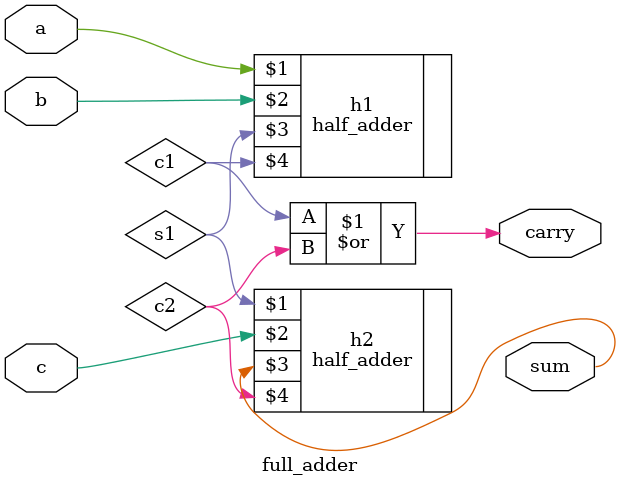
<source format=v>
module full_adder (a,b,c,sum,carry);
	input a,b,c;
	wire s1,c1;
	output sum, carry;
	half_adder h1 (a,b,s1,c1);
	half_adder h2 (s1,c,sum,c2);
	assign carry = c1 | c2;
endmodule

</source>
